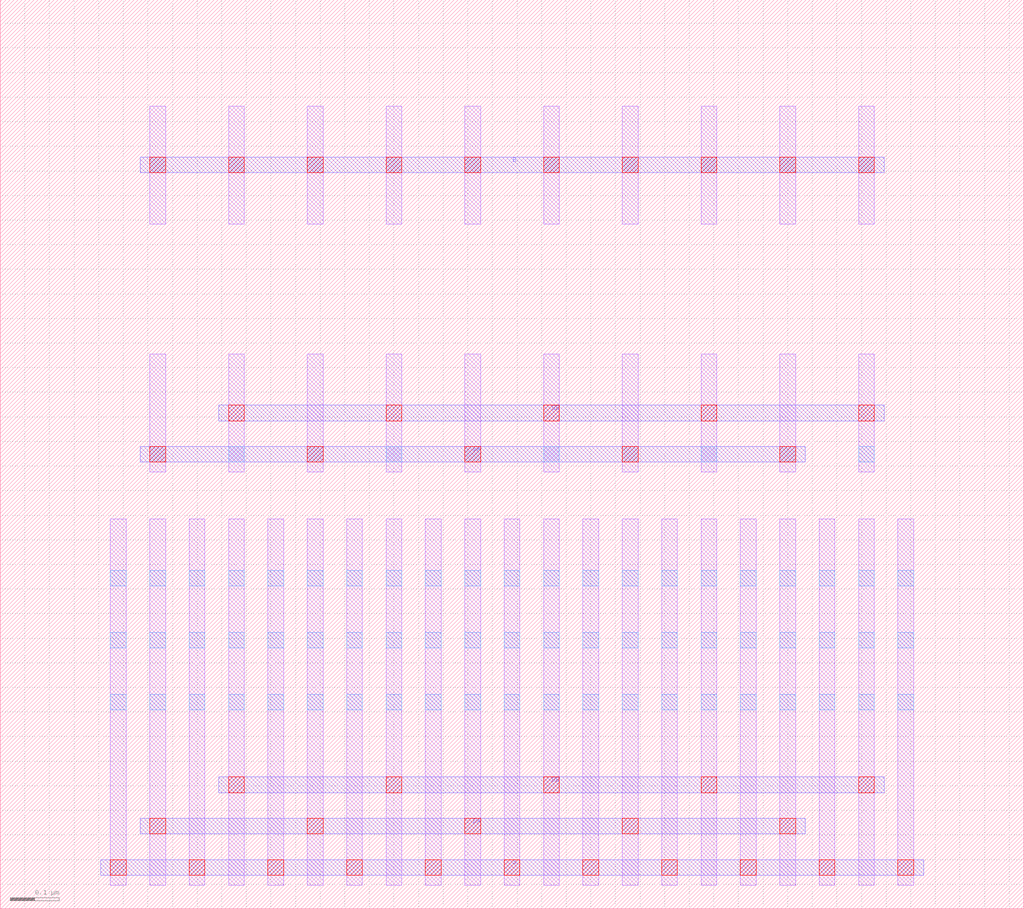
<source format=lef>
MACRO CMC_PMOS_nfin5_nf2_n12_X1_Y1_RVT
  ORIGIN 0 0 ;
  FOREIGN CMC_PMOS_nfin5_nf2_n12_X1_Y1_RVT 0 0 ;
  SIZE 0.8000 BY 1.8480 ;
  PIN S
    DIRECTION INOUT ;
    USE SIGNAL ;
    PORT
      LAYER M3 ;
        RECT 0.1400 0.0480 0.1800 1.5480 ;
    END
  END S
  PIN DA
    DIRECTION INOUT ;
    USE SIGNAL ;
    PORT
      LAYER M2 ;
        RECT 0.1240 0.1520 0.3560 0.1840 ;
    END
  END DA
  PIN DB
    DIRECTION INOUT ;
    USE SIGNAL ;
    PORT
      LAYER M2 ;
        RECT 0.2840 0.2360 0.5160 0.2680 ;
    END
  END DB
  PIN G
    DIRECTION INOUT ;
    USE SIGNAL ;
    PORT
      LAYER M2 ;
        RECT 0.2840 0.9080 0.5160 0.9400 ;
    END
  END G
  OBS
    LAYER M1 ;
      RECT 0.3040 0.0480 0.3360 0.7920 ;
    LAYER M1 ;
      RECT 0.3040 0.8880 0.3360 1.1280 ;
    LAYER M1 ;
      RECT 0.3040 1.3920 0.3360 1.6320 ;
    LAYER M1 ;
      RECT 0.2240 0.0480 0.2560 0.7920 ;
    LAYER M1 ;
      RECT 0.3840 0.0480 0.4160 0.7920 ;
    LAYER M1 ;
      RECT 0.4640 0.0480 0.4960 0.7920 ;
    LAYER M1 ;
      RECT 0.4640 0.8880 0.4960 1.1280 ;
    LAYER M1 ;
      RECT 0.4640 1.3920 0.4960 1.6320 ;
    LAYER M1 ;
      RECT 0.5440 0.0480 0.5760 0.7920 ;
    LAYER M2 ;
      RECT 0.1240 0.0680 0.5960 0.1000 ;
    LAYER M2 ;
      RECT 0.1240 1.4960 0.5160 1.5280 ;
    LAYER V1 ;
      RECT 0.2240 0.0680 0.2560 0.1000 ;
    LAYER V1 ;
      RECT 0.3840 0.0680 0.4160 0.1000 ;
    LAYER V1 ;
      RECT 0.5440 0.0680 0.5760 0.1000 ;
    LAYER V1 ;
      RECT 0.3040 0.1520 0.3360 0.1840 ;
    LAYER V1 ;
      RECT 0.3040 0.9080 0.3360 0.9400 ;
    LAYER V1 ;
      RECT 0.3040 1.4960 0.3360 1.5280 ;
    LAYER V1 ;
      RECT 0.4640 0.2360 0.4960 0.2680 ;
    LAYER V1 ;
      RECT 0.4640 0.9080 0.4960 0.9400 ;
    LAYER V1 ;
      RECT 0.4640 1.4960 0.4960 1.5280 ;
    LAYER V2 ;
      RECT 0.1440 0.0680 0.1760 0.1000 ;
    LAYER V2 ;
      RECT 0.1440 1.4960 0.1760 1.5280 ;
    LAYER V0 ;
      RECT 0.3040 0.4040 0.3360 0.4360 ;
    LAYER V0 ;
      RECT 0.3040 0.5300 0.3360 0.5620 ;
    LAYER V0 ;
      RECT 0.3040 0.6560 0.3360 0.6880 ;
    LAYER V0 ;
      RECT 0.3040 0.9080 0.3360 0.9400 ;
    LAYER V0 ;
      RECT 0.3040 1.4960 0.3360 1.5280 ;
    LAYER V0 ;
      RECT 0.2240 0.4040 0.2560 0.4360 ;
    LAYER V0 ;
      RECT 0.2240 0.5300 0.2560 0.5620 ;
    LAYER V0 ;
      RECT 0.2240 0.6560 0.2560 0.6880 ;
    LAYER V0 ;
      RECT 0.3840 0.4040 0.4160 0.4360 ;
    LAYER V0 ;
      RECT 0.3840 0.4040 0.4160 0.4360 ;
    LAYER V0 ;
      RECT 0.3840 0.5300 0.4160 0.5620 ;
    LAYER V0 ;
      RECT 0.3840 0.5300 0.4160 0.5620 ;
    LAYER V0 ;
      RECT 0.3840 0.6560 0.4160 0.6880 ;
    LAYER V0 ;
      RECT 0.3840 0.6560 0.4160 0.6880 ;
    LAYER V0 ;
      RECT 0.4640 0.4040 0.4960 0.4360 ;
    LAYER V0 ;
      RECT 0.4640 0.5300 0.4960 0.5620 ;
    LAYER V0 ;
      RECT 0.4640 0.6560 0.4960 0.6880 ;
    LAYER V0 ;
      RECT 0.4640 0.9080 0.4960 0.9400 ;
    LAYER V0 ;
      RECT 0.4640 1.4960 0.4960 1.5280 ;
    LAYER V0 ;
      RECT 0.5440 0.4040 0.5760 0.4360 ;
    LAYER V0 ;
      RECT 0.5440 0.5300 0.5760 0.5620 ;
    LAYER V0 ;
      RECT 0.5440 0.6560 0.5760 0.6880 ;
  END
END CMC_PMOS_nfin5_nf2_n12_X1_Y1_RVT
MACRO DP_NMOS_B_nfin5_nf10_n12_X5_Y1_RVT
  ORIGIN 0 0 ;
  FOREIGN DP_NMOS_B_nfin5_nf10_n12_X5_Y1_RVT 0 0 ;
  SIZE 2.0800 BY 1.8480 ;
  PIN S
    DIRECTION INOUT ;
    USE SIGNAL ;
    PORT
      LAYER M2 ;
        RECT 0.2040 0.0680 1.8760 0.1000 ;
    END
  END S
  PIN DA
    DIRECTION INOUT ;
    USE SIGNAL ;
    PORT
      LAYER M2 ;
        RECT 0.2840 0.1520 1.6360 0.1840 ;
    END
  END DA
  PIN DB
    DIRECTION INOUT ;
    USE SIGNAL ;
    PORT
      LAYER M2 ;
        RECT 0.4440 0.2360 1.7960 0.2680 ;
    END
  END DB
  PIN GA
    DIRECTION INOUT ;
    USE SIGNAL ;
    PORT
      LAYER M2 ;
        RECT 0.2840 0.9080 1.6360 0.9400 ;
    END
  END GA
  PIN GB
    DIRECTION INOUT ;
    USE SIGNAL ;
    PORT
      LAYER M2 ;
        RECT 0.4440 0.9920 1.7960 1.0240 ;
    END
  END GB
  PIN B
    DIRECTION INOUT ;
    USE SIGNAL ;
    PORT
      LAYER M2 ;
        RECT 0.2840 1.4960 1.7960 1.5280 ;
    END
  END B
  OBS
    LAYER M1 ;
      RECT 0.3040 0.0480 0.3360 0.7920 ;
    LAYER M1 ;
      RECT 0.3040 0.8880 0.3360 1.1280 ;
    LAYER M1 ;
      RECT 0.3040 1.3920 0.3360 1.6320 ;
    LAYER M1 ;
      RECT 0.2240 0.0480 0.2560 0.7920 ;
    LAYER M1 ;
      RECT 0.3840 0.0480 0.4160 0.7920 ;
    LAYER M1 ;
      RECT 0.4640 0.0480 0.4960 0.7920 ;
    LAYER M1 ;
      RECT 0.4640 0.8880 0.4960 1.1280 ;
    LAYER M1 ;
      RECT 0.4640 1.3920 0.4960 1.6320 ;
    LAYER M1 ;
      RECT 0.5440 0.0480 0.5760 0.7920 ;
    LAYER M1 ;
      RECT 0.6240 0.0480 0.6560 0.7920 ;
    LAYER M1 ;
      RECT 0.6240 0.8880 0.6560 1.1280 ;
    LAYER M1 ;
      RECT 0.6240 1.3920 0.6560 1.6320 ;
    LAYER M1 ;
      RECT 0.7040 0.0480 0.7360 0.7920 ;
    LAYER M1 ;
      RECT 0.7840 0.0480 0.8160 0.7920 ;
    LAYER M1 ;
      RECT 0.7840 0.8880 0.8160 1.1280 ;
    LAYER M1 ;
      RECT 0.7840 1.3920 0.8160 1.6320 ;
    LAYER M1 ;
      RECT 0.8640 0.0480 0.8960 0.7920 ;
    LAYER M1 ;
      RECT 0.9440 0.0480 0.9760 0.7920 ;
    LAYER M1 ;
      RECT 0.9440 0.8880 0.9760 1.1280 ;
    LAYER M1 ;
      RECT 0.9440 1.3920 0.9760 1.6320 ;
    LAYER M1 ;
      RECT 1.0240 0.0480 1.0560 0.7920 ;
    LAYER M1 ;
      RECT 1.1040 0.0480 1.1360 0.7920 ;
    LAYER M1 ;
      RECT 1.1040 0.8880 1.1360 1.1280 ;
    LAYER M1 ;
      RECT 1.1040 1.3920 1.1360 1.6320 ;
    LAYER M1 ;
      RECT 1.1840 0.0480 1.2160 0.7920 ;
    LAYER M1 ;
      RECT 1.2640 0.0480 1.2960 0.7920 ;
    LAYER M1 ;
      RECT 1.2640 0.8880 1.2960 1.1280 ;
    LAYER M1 ;
      RECT 1.2640 1.3920 1.2960 1.6320 ;
    LAYER M1 ;
      RECT 1.3440 0.0480 1.3760 0.7920 ;
    LAYER M1 ;
      RECT 1.4240 0.0480 1.4560 0.7920 ;
    LAYER M1 ;
      RECT 1.4240 0.8880 1.4560 1.1280 ;
    LAYER M1 ;
      RECT 1.4240 1.3920 1.4560 1.6320 ;
    LAYER M1 ;
      RECT 1.5040 0.0480 1.5360 0.7920 ;
    LAYER M1 ;
      RECT 1.5840 0.0480 1.6160 0.7920 ;
    LAYER M1 ;
      RECT 1.5840 0.8880 1.6160 1.1280 ;
    LAYER M1 ;
      RECT 1.5840 1.3920 1.6160 1.6320 ;
    LAYER M1 ;
      RECT 1.6640 0.0480 1.6960 0.7920 ;
    LAYER M1 ;
      RECT 1.7440 0.0480 1.7760 0.7920 ;
    LAYER M1 ;
      RECT 1.7440 0.8880 1.7760 1.1280 ;
    LAYER M1 ;
      RECT 1.7440 1.3920 1.7760 1.6320 ;
    LAYER M1 ;
      RECT 1.8240 0.0480 1.8560 0.7920 ;
    LAYER V1 ;
      RECT 0.2240 0.0680 0.2560 0.1000 ;
    LAYER V1 ;
      RECT 0.3840 0.0680 0.4160 0.1000 ;
    LAYER V1 ;
      RECT 0.5440 0.0680 0.5760 0.1000 ;
    LAYER V1 ;
      RECT 0.7040 0.0680 0.7360 0.1000 ;
    LAYER V1 ;
      RECT 0.8640 0.0680 0.8960 0.1000 ;
    LAYER V1 ;
      RECT 1.0240 0.0680 1.0560 0.1000 ;
    LAYER V1 ;
      RECT 1.1840 0.0680 1.2160 0.1000 ;
    LAYER V1 ;
      RECT 1.3440 0.0680 1.3760 0.1000 ;
    LAYER V1 ;
      RECT 1.5040 0.0680 1.5360 0.1000 ;
    LAYER V1 ;
      RECT 1.6640 0.0680 1.6960 0.1000 ;
    LAYER V1 ;
      RECT 1.8240 0.0680 1.8560 0.1000 ;
    LAYER V1 ;
      RECT 0.3040 0.1520 0.3360 0.1840 ;
    LAYER V1 ;
      RECT 0.3040 0.9080 0.3360 0.9400 ;
    LAYER V1 ;
      RECT 0.3040 1.4960 0.3360 1.5280 ;
    LAYER V1 ;
      RECT 0.6240 0.1520 0.6560 0.1840 ;
    LAYER V1 ;
      RECT 0.6240 0.9080 0.6560 0.9400 ;
    LAYER V1 ;
      RECT 0.6240 1.4960 0.6560 1.5280 ;
    LAYER V1 ;
      RECT 0.9440 0.1520 0.9760 0.1840 ;
    LAYER V1 ;
      RECT 0.9440 0.9080 0.9760 0.9400 ;
    LAYER V1 ;
      RECT 0.9440 1.4960 0.9760 1.5280 ;
    LAYER V1 ;
      RECT 1.2640 0.1520 1.2960 0.1840 ;
    LAYER V1 ;
      RECT 1.2640 0.9080 1.2960 0.9400 ;
    LAYER V1 ;
      RECT 1.2640 1.4960 1.2960 1.5280 ;
    LAYER V1 ;
      RECT 1.5840 0.1520 1.6160 0.1840 ;
    LAYER V1 ;
      RECT 1.5840 0.9080 1.6160 0.9400 ;
    LAYER V1 ;
      RECT 1.5840 1.4960 1.6160 1.5280 ;
    LAYER V1 ;
      RECT 0.4640 0.2360 0.4960 0.2680 ;
    LAYER V1 ;
      RECT 0.4640 0.9920 0.4960 1.0240 ;
    LAYER V1 ;
      RECT 0.4640 1.4960 0.4960 1.5280 ;
    LAYER V1 ;
      RECT 0.7840 0.2360 0.8160 0.2680 ;
    LAYER V1 ;
      RECT 0.7840 0.9920 0.8160 1.0240 ;
    LAYER V1 ;
      RECT 0.7840 1.4960 0.8160 1.5280 ;
    LAYER V1 ;
      RECT 1.1040 0.2360 1.1360 0.2680 ;
    LAYER V1 ;
      RECT 1.1040 0.9920 1.1360 1.0240 ;
    LAYER V1 ;
      RECT 1.1040 1.4960 1.1360 1.5280 ;
    LAYER V1 ;
      RECT 1.4240 0.2360 1.4560 0.2680 ;
    LAYER V1 ;
      RECT 1.4240 0.9920 1.4560 1.0240 ;
    LAYER V1 ;
      RECT 1.4240 1.4960 1.4560 1.5280 ;
    LAYER V1 ;
      RECT 1.7440 0.2360 1.7760 0.2680 ;
    LAYER V1 ;
      RECT 1.7440 0.9920 1.7760 1.0240 ;
    LAYER V1 ;
      RECT 1.7440 1.4960 1.7760 1.5280 ;
    LAYER V0 ;
      RECT 0.3040 0.4040 0.3360 0.4360 ;
    LAYER V0 ;
      RECT 0.3040 0.5300 0.3360 0.5620 ;
    LAYER V0 ;
      RECT 0.3040 0.6560 0.3360 0.6880 ;
    LAYER V0 ;
      RECT 0.3040 0.9080 0.3360 0.9400 ;
    LAYER V0 ;
      RECT 0.3040 1.4960 0.3360 1.5280 ;
    LAYER V0 ;
      RECT 0.2240 0.4040 0.2560 0.4360 ;
    LAYER V0 ;
      RECT 0.2240 0.5300 0.2560 0.5620 ;
    LAYER V0 ;
      RECT 0.2240 0.6560 0.2560 0.6880 ;
    LAYER V0 ;
      RECT 0.3840 0.4040 0.4160 0.4360 ;
    LAYER V0 ;
      RECT 0.3840 0.4040 0.4160 0.4360 ;
    LAYER V0 ;
      RECT 0.3840 0.5300 0.4160 0.5620 ;
    LAYER V0 ;
      RECT 0.3840 0.5300 0.4160 0.5620 ;
    LAYER V0 ;
      RECT 0.3840 0.6560 0.4160 0.6880 ;
    LAYER V0 ;
      RECT 0.3840 0.6560 0.4160 0.6880 ;
    LAYER V0 ;
      RECT 0.4640 0.4040 0.4960 0.4360 ;
    LAYER V0 ;
      RECT 0.4640 0.5300 0.4960 0.5620 ;
    LAYER V0 ;
      RECT 0.4640 0.6560 0.4960 0.6880 ;
    LAYER V0 ;
      RECT 0.4640 0.9080 0.4960 0.9400 ;
    LAYER V0 ;
      RECT 0.4640 1.4960 0.4960 1.5280 ;
    LAYER V0 ;
      RECT 0.5440 0.4040 0.5760 0.4360 ;
    LAYER V0 ;
      RECT 0.5440 0.4040 0.5760 0.4360 ;
    LAYER V0 ;
      RECT 0.5440 0.5300 0.5760 0.5620 ;
    LAYER V0 ;
      RECT 0.5440 0.5300 0.5760 0.5620 ;
    LAYER V0 ;
      RECT 0.5440 0.6560 0.5760 0.6880 ;
    LAYER V0 ;
      RECT 0.5440 0.6560 0.5760 0.6880 ;
    LAYER V0 ;
      RECT 0.6240 0.4040 0.6560 0.4360 ;
    LAYER V0 ;
      RECT 0.6240 0.5300 0.6560 0.5620 ;
    LAYER V0 ;
      RECT 0.6240 0.6560 0.6560 0.6880 ;
    LAYER V0 ;
      RECT 0.6240 0.9080 0.6560 0.9400 ;
    LAYER V0 ;
      RECT 0.6240 1.4960 0.6560 1.5280 ;
    LAYER V0 ;
      RECT 0.7040 0.4040 0.7360 0.4360 ;
    LAYER V0 ;
      RECT 0.7040 0.4040 0.7360 0.4360 ;
    LAYER V0 ;
      RECT 0.7040 0.5300 0.7360 0.5620 ;
    LAYER V0 ;
      RECT 0.7040 0.5300 0.7360 0.5620 ;
    LAYER V0 ;
      RECT 0.7040 0.6560 0.7360 0.6880 ;
    LAYER V0 ;
      RECT 0.7040 0.6560 0.7360 0.6880 ;
    LAYER V0 ;
      RECT 0.7840 0.4040 0.8160 0.4360 ;
    LAYER V0 ;
      RECT 0.7840 0.5300 0.8160 0.5620 ;
    LAYER V0 ;
      RECT 0.7840 0.6560 0.8160 0.6880 ;
    LAYER V0 ;
      RECT 0.7840 0.9080 0.8160 0.9400 ;
    LAYER V0 ;
      RECT 0.7840 1.4960 0.8160 1.5280 ;
    LAYER V0 ;
      RECT 0.8640 0.4040 0.8960 0.4360 ;
    LAYER V0 ;
      RECT 0.8640 0.4040 0.8960 0.4360 ;
    LAYER V0 ;
      RECT 0.8640 0.5300 0.8960 0.5620 ;
    LAYER V0 ;
      RECT 0.8640 0.5300 0.8960 0.5620 ;
    LAYER V0 ;
      RECT 0.8640 0.6560 0.8960 0.6880 ;
    LAYER V0 ;
      RECT 0.8640 0.6560 0.8960 0.6880 ;
    LAYER V0 ;
      RECT 0.9440 0.4040 0.9760 0.4360 ;
    LAYER V0 ;
      RECT 0.9440 0.5300 0.9760 0.5620 ;
    LAYER V0 ;
      RECT 0.9440 0.6560 0.9760 0.6880 ;
    LAYER V0 ;
      RECT 0.9440 0.9080 0.9760 0.9400 ;
    LAYER V0 ;
      RECT 0.9440 1.4960 0.9760 1.5280 ;
    LAYER V0 ;
      RECT 1.0240 0.4040 1.0560 0.4360 ;
    LAYER V0 ;
      RECT 1.0240 0.4040 1.0560 0.4360 ;
    LAYER V0 ;
      RECT 1.0240 0.5300 1.0560 0.5620 ;
    LAYER V0 ;
      RECT 1.0240 0.5300 1.0560 0.5620 ;
    LAYER V0 ;
      RECT 1.0240 0.6560 1.0560 0.6880 ;
    LAYER V0 ;
      RECT 1.0240 0.6560 1.0560 0.6880 ;
    LAYER V0 ;
      RECT 1.1040 0.4040 1.1360 0.4360 ;
    LAYER V0 ;
      RECT 1.1040 0.5300 1.1360 0.5620 ;
    LAYER V0 ;
      RECT 1.1040 0.6560 1.1360 0.6880 ;
    LAYER V0 ;
      RECT 1.1040 0.9080 1.1360 0.9400 ;
    LAYER V0 ;
      RECT 1.1040 1.4960 1.1360 1.5280 ;
    LAYER V0 ;
      RECT 1.1840 0.4040 1.2160 0.4360 ;
    LAYER V0 ;
      RECT 1.1840 0.4040 1.2160 0.4360 ;
    LAYER V0 ;
      RECT 1.1840 0.5300 1.2160 0.5620 ;
    LAYER V0 ;
      RECT 1.1840 0.5300 1.2160 0.5620 ;
    LAYER V0 ;
      RECT 1.1840 0.6560 1.2160 0.6880 ;
    LAYER V0 ;
      RECT 1.1840 0.6560 1.2160 0.6880 ;
    LAYER V0 ;
      RECT 1.2640 0.4040 1.2960 0.4360 ;
    LAYER V0 ;
      RECT 1.2640 0.5300 1.2960 0.5620 ;
    LAYER V0 ;
      RECT 1.2640 0.6560 1.2960 0.6880 ;
    LAYER V0 ;
      RECT 1.2640 0.9080 1.2960 0.9400 ;
    LAYER V0 ;
      RECT 1.2640 1.4960 1.2960 1.5280 ;
    LAYER V0 ;
      RECT 1.3440 0.4040 1.3760 0.4360 ;
    LAYER V0 ;
      RECT 1.3440 0.4040 1.3760 0.4360 ;
    LAYER V0 ;
      RECT 1.3440 0.5300 1.3760 0.5620 ;
    LAYER V0 ;
      RECT 1.3440 0.5300 1.3760 0.5620 ;
    LAYER V0 ;
      RECT 1.3440 0.6560 1.3760 0.6880 ;
    LAYER V0 ;
      RECT 1.3440 0.6560 1.3760 0.6880 ;
    LAYER V0 ;
      RECT 1.4240 0.4040 1.4560 0.4360 ;
    LAYER V0 ;
      RECT 1.4240 0.5300 1.4560 0.5620 ;
    LAYER V0 ;
      RECT 1.4240 0.6560 1.4560 0.6880 ;
    LAYER V0 ;
      RECT 1.4240 0.9080 1.4560 0.9400 ;
    LAYER V0 ;
      RECT 1.4240 1.4960 1.4560 1.5280 ;
    LAYER V0 ;
      RECT 1.5040 0.4040 1.5360 0.4360 ;
    LAYER V0 ;
      RECT 1.5040 0.4040 1.5360 0.4360 ;
    LAYER V0 ;
      RECT 1.5040 0.5300 1.5360 0.5620 ;
    LAYER V0 ;
      RECT 1.5040 0.5300 1.5360 0.5620 ;
    LAYER V0 ;
      RECT 1.5040 0.6560 1.5360 0.6880 ;
    LAYER V0 ;
      RECT 1.5040 0.6560 1.5360 0.6880 ;
    LAYER V0 ;
      RECT 1.5840 0.4040 1.6160 0.4360 ;
    LAYER V0 ;
      RECT 1.5840 0.5300 1.6160 0.5620 ;
    LAYER V0 ;
      RECT 1.5840 0.6560 1.6160 0.6880 ;
    LAYER V0 ;
      RECT 1.5840 0.9080 1.6160 0.9400 ;
    LAYER V0 ;
      RECT 1.5840 1.4960 1.6160 1.5280 ;
    LAYER V0 ;
      RECT 1.6640 0.4040 1.6960 0.4360 ;
    LAYER V0 ;
      RECT 1.6640 0.4040 1.6960 0.4360 ;
    LAYER V0 ;
      RECT 1.6640 0.5300 1.6960 0.5620 ;
    LAYER V0 ;
      RECT 1.6640 0.5300 1.6960 0.5620 ;
    LAYER V0 ;
      RECT 1.6640 0.6560 1.6960 0.6880 ;
    LAYER V0 ;
      RECT 1.6640 0.6560 1.6960 0.6880 ;
    LAYER V0 ;
      RECT 1.7440 0.4040 1.7760 0.4360 ;
    LAYER V0 ;
      RECT 1.7440 0.5300 1.7760 0.5620 ;
    LAYER V0 ;
      RECT 1.7440 0.6560 1.7760 0.6880 ;
    LAYER V0 ;
      RECT 1.7440 0.9080 1.7760 0.9400 ;
    LAYER V0 ;
      RECT 1.7440 1.4960 1.7760 1.5280 ;
    LAYER V0 ;
      RECT 1.8240 0.4040 1.8560 0.4360 ;
    LAYER V0 ;
      RECT 1.8240 0.5300 1.8560 0.5620 ;
    LAYER V0 ;
      RECT 1.8240 0.6560 1.8560 0.6880 ;
  END
END DP_NMOS_B_nfin5_nf10_n12_X5_Y1_RVT
MACRO SCM_NMOS_nfin5_nf4_n12_X2_Y1_RVT
  ORIGIN 0 0 ;
  FOREIGN SCM_NMOS_nfin5_nf4_n12_X2_Y1_RVT 0 0 ;
  SIZE 1.1200 BY 1.8480 ;
  PIN S
    DIRECTION INOUT ;
    USE SIGNAL ;
    PORT
      LAYER M3 ;
        RECT 0.3000 0.0480 0.3400 1.5480 ;
    END
  END S
  PIN DA
    DIRECTION INOUT ;
    USE SIGNAL ;
    PORT
      LAYER M3 ;
        RECT 0.3800 0.1320 0.4200 0.9600 ;
    END
  END DA
  PIN DB
    DIRECTION INOUT ;
    USE SIGNAL ;
    PORT
      LAYER M2 ;
        RECT 0.4440 0.2360 0.6760 0.2680 ;
    END
  END DB
  OBS
    LAYER M1 ;
      RECT 0.3040 0.0480 0.3360 0.7920 ;
    LAYER M1 ;
      RECT 0.3040 0.8880 0.3360 1.1280 ;
    LAYER M1 ;
      RECT 0.3040 1.3920 0.3360 1.6320 ;
    LAYER M1 ;
      RECT 0.2240 0.0480 0.2560 0.7920 ;
    LAYER M1 ;
      RECT 0.3840 0.0480 0.4160 0.7920 ;
    LAYER M1 ;
      RECT 0.4640 0.0480 0.4960 0.7920 ;
    LAYER M1 ;
      RECT 0.4640 0.8880 0.4960 1.1280 ;
    LAYER M1 ;
      RECT 0.4640 1.3920 0.4960 1.6320 ;
    LAYER M1 ;
      RECT 0.5440 0.0480 0.5760 0.7920 ;
    LAYER M1 ;
      RECT 0.6240 0.0480 0.6560 0.7920 ;
    LAYER M1 ;
      RECT 0.6240 0.8880 0.6560 1.1280 ;
    LAYER M1 ;
      RECT 0.6240 1.3920 0.6560 1.6320 ;
    LAYER M1 ;
      RECT 0.7040 0.0480 0.7360 0.7920 ;
    LAYER M1 ;
      RECT 0.7840 0.0480 0.8160 0.7920 ;
    LAYER M1 ;
      RECT 0.7840 0.8880 0.8160 1.1280 ;
    LAYER M1 ;
      RECT 0.7840 1.3920 0.8160 1.6320 ;
    LAYER M1 ;
      RECT 0.8640 0.0480 0.8960 0.7920 ;
    LAYER M2 ;
      RECT 0.2040 0.0680 0.9160 0.1000 ;
    LAYER M2 ;
      RECT 0.2840 1.4960 0.8360 1.5280 ;
    LAYER M2 ;
      RECT 0.2840 0.1520 0.8360 0.1840 ;
    LAYER M2 ;
      RECT 0.2840 0.9080 0.8360 0.9400 ;
    LAYER V1 ;
      RECT 0.2240 0.0680 0.2560 0.1000 ;
    LAYER V1 ;
      RECT 0.3840 0.0680 0.4160 0.1000 ;
    LAYER V1 ;
      RECT 0.5440 0.0680 0.5760 0.1000 ;
    LAYER V1 ;
      RECT 0.7040 0.0680 0.7360 0.1000 ;
    LAYER V1 ;
      RECT 0.8640 0.0680 0.8960 0.1000 ;
    LAYER V1 ;
      RECT 0.6240 0.2360 0.6560 0.2680 ;
    LAYER V1 ;
      RECT 0.6240 0.9080 0.6560 0.9400 ;
    LAYER V1 ;
      RECT 0.6240 1.4960 0.6560 1.5280 ;
    LAYER V1 ;
      RECT 0.7840 0.1520 0.8160 0.1840 ;
    LAYER V1 ;
      RECT 0.7840 0.9080 0.8160 0.9400 ;
    LAYER V1 ;
      RECT 0.7840 1.4960 0.8160 1.5280 ;
    LAYER V1 ;
      RECT 0.3040 0.1520 0.3360 0.1840 ;
    LAYER V1 ;
      RECT 0.3040 0.9080 0.3360 0.9400 ;
    LAYER V1 ;
      RECT 0.3040 1.4960 0.3360 1.5280 ;
    LAYER V1 ;
      RECT 0.4640 0.2360 0.4960 0.2680 ;
    LAYER V1 ;
      RECT 0.4640 0.9080 0.4960 0.9400 ;
    LAYER V1 ;
      RECT 0.4640 1.4960 0.4960 1.5280 ;
    LAYER V2 ;
      RECT 0.3040 0.0680 0.3360 0.1000 ;
    LAYER V2 ;
      RECT 0.3040 1.4960 0.3360 1.5280 ;
    LAYER V2 ;
      RECT 0.3840 0.1520 0.4160 0.1840 ;
    LAYER V2 ;
      RECT 0.3840 0.9080 0.4160 0.9400 ;
    LAYER V0 ;
      RECT 0.3040 0.4040 0.3360 0.4360 ;
    LAYER V0 ;
      RECT 0.3040 0.5300 0.3360 0.5620 ;
    LAYER V0 ;
      RECT 0.3040 0.6560 0.3360 0.6880 ;
    LAYER V0 ;
      RECT 0.3040 0.9080 0.3360 0.9400 ;
    LAYER V0 ;
      RECT 0.3040 1.4960 0.3360 1.5280 ;
    LAYER V0 ;
      RECT 0.2240 0.4040 0.2560 0.4360 ;
    LAYER V0 ;
      RECT 0.2240 0.5300 0.2560 0.5620 ;
    LAYER V0 ;
      RECT 0.2240 0.6560 0.2560 0.6880 ;
    LAYER V0 ;
      RECT 0.3840 0.4040 0.4160 0.4360 ;
    LAYER V0 ;
      RECT 0.3840 0.4040 0.4160 0.4360 ;
    LAYER V0 ;
      RECT 0.3840 0.5300 0.4160 0.5620 ;
    LAYER V0 ;
      RECT 0.3840 0.5300 0.4160 0.5620 ;
    LAYER V0 ;
      RECT 0.3840 0.6560 0.4160 0.6880 ;
    LAYER V0 ;
      RECT 0.3840 0.6560 0.4160 0.6880 ;
    LAYER V0 ;
      RECT 0.4640 0.4040 0.4960 0.4360 ;
    LAYER V0 ;
      RECT 0.4640 0.5300 0.4960 0.5620 ;
    LAYER V0 ;
      RECT 0.4640 0.6560 0.4960 0.6880 ;
    LAYER V0 ;
      RECT 0.4640 0.9080 0.4960 0.9400 ;
    LAYER V0 ;
      RECT 0.4640 1.4960 0.4960 1.5280 ;
    LAYER V0 ;
      RECT 0.5440 0.4040 0.5760 0.4360 ;
    LAYER V0 ;
      RECT 0.5440 0.4040 0.5760 0.4360 ;
    LAYER V0 ;
      RECT 0.5440 0.5300 0.5760 0.5620 ;
    LAYER V0 ;
      RECT 0.5440 0.5300 0.5760 0.5620 ;
    LAYER V0 ;
      RECT 0.5440 0.6560 0.5760 0.6880 ;
    LAYER V0 ;
      RECT 0.5440 0.6560 0.5760 0.6880 ;
    LAYER V0 ;
      RECT 0.6240 0.4040 0.6560 0.4360 ;
    LAYER V0 ;
      RECT 0.6240 0.5300 0.6560 0.5620 ;
    LAYER V0 ;
      RECT 0.6240 0.6560 0.6560 0.6880 ;
    LAYER V0 ;
      RECT 0.6240 0.9080 0.6560 0.9400 ;
    LAYER V0 ;
      RECT 0.6240 1.4960 0.6560 1.5280 ;
    LAYER V0 ;
      RECT 0.7040 0.4040 0.7360 0.4360 ;
    LAYER V0 ;
      RECT 0.7040 0.4040 0.7360 0.4360 ;
    LAYER V0 ;
      RECT 0.7040 0.5300 0.7360 0.5620 ;
    LAYER V0 ;
      RECT 0.7040 0.5300 0.7360 0.5620 ;
    LAYER V0 ;
      RECT 0.7040 0.6560 0.7360 0.6880 ;
    LAYER V0 ;
      RECT 0.7040 0.6560 0.7360 0.6880 ;
    LAYER V0 ;
      RECT 0.7840 0.4040 0.8160 0.4360 ;
    LAYER V0 ;
      RECT 0.7840 0.5300 0.8160 0.5620 ;
    LAYER V0 ;
      RECT 0.7840 0.6560 0.8160 0.6880 ;
    LAYER V0 ;
      RECT 0.7840 0.9080 0.8160 0.9400 ;
    LAYER V0 ;
      RECT 0.7840 1.4960 0.8160 1.5280 ;
    LAYER V0 ;
      RECT 0.8640 0.4040 0.8960 0.4360 ;
    LAYER V0 ;
      RECT 0.8640 0.5300 0.8960 0.5620 ;
    LAYER V0 ;
      RECT 0.8640 0.6560 0.8960 0.6880 ;
  END
END SCM_NMOS_nfin5_nf4_n12_X2_Y1_RVT

</source>
